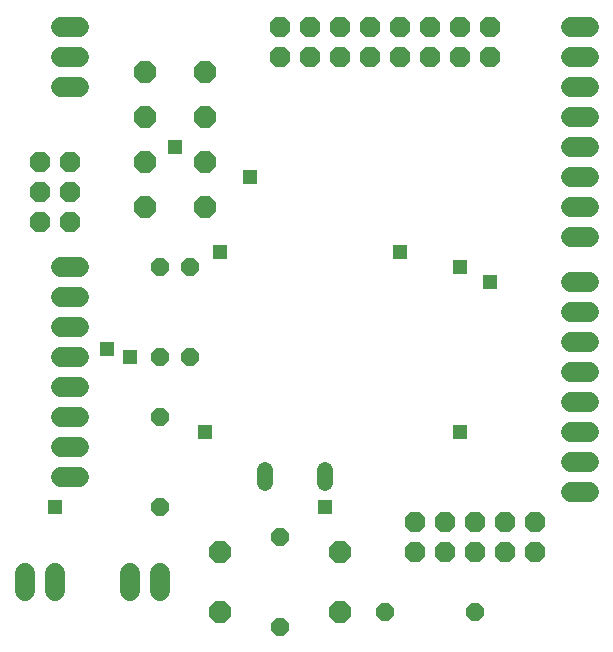
<source format=gbs>
G75*
G70*
%OFA0B0*%
%FSLAX24Y24*%
%IPPOS*%
%LPD*%
%AMOC8*
5,1,8,0,0,1.08239X$1,22.5*
%
%ADD10OC8,0.0710*%
%ADD11C,0.0520*%
%ADD12OC8,0.0600*%
%ADD13OC8,0.0680*%
%ADD14C,0.0680*%
%ADD15R,0.0476X0.0476*%
D10*
X008600Y001600D03*
X008600Y003600D03*
X012600Y003600D03*
X012600Y001600D03*
X008100Y015100D03*
X008100Y016600D03*
X008100Y018100D03*
X008100Y019600D03*
X006100Y019600D03*
X006100Y018100D03*
X006100Y016600D03*
X006100Y015100D03*
D11*
X010100Y006320D02*
X010100Y005880D01*
X012100Y005880D02*
X012100Y006320D01*
D12*
X010600Y004100D03*
X010600Y001100D03*
X014100Y001600D03*
X017100Y001600D03*
X007600Y010100D03*
X006600Y010100D03*
X006600Y008100D03*
X006600Y005100D03*
X006600Y013100D03*
X007600Y013100D03*
D13*
X003600Y014600D03*
X003600Y015600D03*
X002600Y015600D03*
X002600Y014600D03*
X002600Y016600D03*
X003600Y016600D03*
X010600Y020100D03*
X010600Y021100D03*
X011600Y021100D03*
X011600Y020100D03*
X012600Y020100D03*
X012600Y021100D03*
X013600Y021100D03*
X013600Y020100D03*
X014600Y020100D03*
X014600Y021100D03*
X015600Y021100D03*
X015600Y020100D03*
X016600Y020100D03*
X016600Y021100D03*
X017600Y021100D03*
X017600Y020100D03*
X017100Y004600D03*
X016100Y004600D03*
X016100Y003600D03*
X017100Y003600D03*
X018100Y003600D03*
X019100Y003600D03*
X019100Y004600D03*
X018100Y004600D03*
X015100Y004600D03*
X015100Y003600D03*
D14*
X002100Y002900D02*
X002100Y002300D01*
X003100Y002300D02*
X003100Y002900D01*
X005600Y002900D02*
X005600Y002300D01*
X006600Y002300D02*
X006600Y002900D01*
X003900Y006100D02*
X003300Y006100D01*
X003300Y007100D02*
X003900Y007100D01*
X003900Y008100D02*
X003300Y008100D01*
X003300Y009100D02*
X003900Y009100D01*
X003900Y010100D02*
X003300Y010100D01*
X003300Y011100D02*
X003900Y011100D01*
X003900Y012100D02*
X003300Y012100D01*
X003300Y013100D02*
X003900Y013100D01*
X003900Y019100D02*
X003300Y019100D01*
X003300Y020100D02*
X003900Y020100D01*
X003900Y021100D02*
X003300Y021100D01*
X020300Y021100D02*
X020900Y021100D01*
X020900Y020100D02*
X020300Y020100D01*
X020300Y019100D02*
X020900Y019100D01*
X020900Y018100D02*
X020300Y018100D01*
X020300Y017100D02*
X020900Y017100D01*
X020900Y016100D02*
X020300Y016100D01*
X020300Y015100D02*
X020900Y015100D01*
X020900Y014100D02*
X020300Y014100D01*
X020300Y012600D02*
X020900Y012600D01*
X020900Y011600D02*
X020300Y011600D01*
X020300Y010600D02*
X020900Y010600D01*
X020900Y009600D02*
X020300Y009600D01*
X020300Y008600D02*
X020900Y008600D01*
X020900Y007600D02*
X020300Y007600D01*
X020300Y006600D02*
X020900Y006600D01*
X020900Y005600D02*
X020300Y005600D01*
D15*
X016600Y007600D03*
X012100Y005100D03*
X008100Y007600D03*
X005600Y010100D03*
X004850Y010350D03*
X008600Y013600D03*
X009600Y016100D03*
X007100Y017100D03*
X014600Y013600D03*
X016600Y013100D03*
X017600Y012600D03*
X003100Y005100D03*
M02*

</source>
